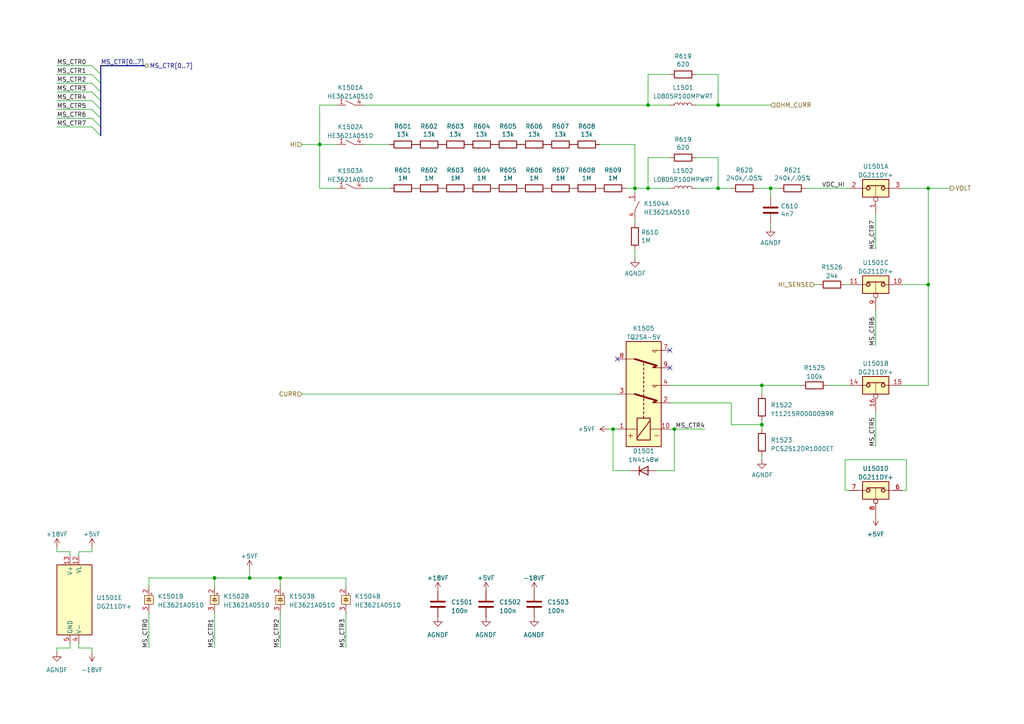
<source format=kicad_sch>
(kicad_sch (version 20230121) (generator eeschema)
  (paper "A4")
  (lib_symbols
    (symbol "Device:C" (pin_numbers hide) (pin_names (offset 0.254))
      (property "Reference" "C" (at 0.635 2.54 0))
      (property "Value" "C" (at 0.635 -2.54 0))
      (symbol "C_0_1"
        (polyline (pts (xy -2.032 -0.762) (xy 2.032 -0.762)) (stroke (width 0.508)))
        (polyline (pts (xy -2.032 0.762) (xy 2.032 0.762)) (stroke (width 0.508)))
      )
      (symbol "C_1_1"
        (pin passive line (at 0 3.81 270) (length 2.794) (name "~") (number "1"))
        (pin passive line (at 0 -3.81 90) (length 2.794) (name "~") (number "2"))
      )
    )
    (symbol "Device:L" (pin_numbers hide) (pin_names (offset 1.016) hide)
      (property "Reference" "L" (at -1.27 0 90))
      (property "Value" "L" (at 1.905 0 90))
      (symbol "L_0_1"
        (arc (start 0 -2.54) (mid 0.6323 -1.905) (end 0 -1.27))
        (arc (start 0 -1.27) (mid 0.6323 -0.635) (end 0 0))
        (arc (start 0 0) (mid 0.6323 0.635) (end 0 1.27))
        (arc (start 0 1.27) (mid 0.6323 1.905) (end 0 2.54))
      )
      (symbol "L_1_1"
        (pin passive line (at 0 3.81 270) (length 1.27) (name "1") (number "1"))
        (pin passive line (at 0 -3.81 90) (length 1.27) (name "2") (number "2"))
      )
    )
    (symbol "Device:R" (pin_numbers hide) (pin_names (offset 0))
      (property "Reference" "R" (at 2.032 0 90))
      (property "Value" "R" (at 0 0 90))
      (symbol "R_0_1"
        (rectangle (start -1.016 -2.54) (end 1.016 2.54) (stroke (width 0.254)))
      )
      (symbol "R_1_1"
        (pin passive line (at 0 3.81 270) (length 1.27) (name "~") (number "1"))
        (pin passive line (at 0 -3.81 90) (length 1.27) (name "~") (number "2"))
      )
    )
    (symbol "Diode:1N4148W" (pin_numbers hide) (pin_names hide)
      (property "Reference" "D" (at 0 2.54 0))
      (property "Value" "1N4148W" (at 0 -2.54 0))
      (symbol "1N4148W_0_1"
        (polyline (pts (xy -1.27 1.27) (xy -1.27 -1.27)) (stroke (width 0.254)))
        (polyline (pts (xy 1.27 0) (xy -1.27 0)))
        (polyline (pts (xy 1.27 1.27) (xy 1.27 -1.27) (xy -1.27 0) (xy 1.27 1.27)) (stroke (width 0.254)))
      )
      (symbol "1N4148W_1_1"
        (pin passive line (at -3.81 0 0) (length 2.54) (name "K") (number "1"))
        (pin passive line (at 3.81 0 180) (length 2.54) (name "A") (number "2"))
      )
    )
    (symbol "ETH1CDMM2:+18VF" (power) (pin_names (offset 0))
      (property "Value" "+18VF" (at 0 3.556 0))
      (symbol "+18VF_0_1"
        (polyline (pts (xy -0.762 1.27) (xy 0 2.54)))
        (polyline (pts (xy 0 0) (xy 0 2.54)))
        (polyline (pts (xy 0 2.54) (xy 0.762 1.27)))
      )
      (symbol "+18VF_1_1"
        (pin power_in line (at 0 0 90) (length 0) hide (name "+18VF") (number "1"))
      )
    )
    (symbol "ETH1CDMM2:+5VF" (power) (pin_names (offset 0))
      (property "Value" "+5VF" (at 0 3.556 0))
      (symbol "+5VF_0_1"
        (polyline (pts (xy -0.762 1.27) (xy 0 2.54)))
        (polyline (pts (xy 0 0) (xy 0 2.54)))
        (polyline (pts (xy 0 2.54) (xy 0.762 1.27)))
      )
      (symbol "+5VF_1_1"
        (pin power_in line (at 0 0 90) (length 0) hide (name "+5VF") (number "1"))
      )
    )
    (symbol "ETH1CDMM2:-18VF" (power) (pin_names (offset 0))
      (property "Value" "-18VF" (at 0 3.556 0))
      (symbol "-18VF_0_1"
        (polyline (pts (xy -0.762 1.27) (xy 0 2.54)))
        (polyline (pts (xy 0 0) (xy 0 2.54)))
        (polyline (pts (xy 0 2.54) (xy 0.762 1.27)))
      )
      (symbol "-18VF_1_1"
        (pin power_in line (at 0 0 90) (length 0) hide (name "-18VF") (number "1"))
      )
    )
    (symbol "ETH1CDMM2:AGNDF" (power) (pin_names (offset 0))
      (property "Value" "AGNDF" (at 0 -3.81 0))
      (symbol "AGNDF_0_1"
        (polyline (pts (xy 0 0) (xy 0 -1.27) (xy 1.27 -1.27) (xy 0 -2.54) (xy -1.27 -1.27) (xy 0 -1.27)))
      )
      (symbol "AGNDF_1_1"
        (pin power_in line (at 0 0 270) (length 0) hide (name "AGNDF") (number "1"))
      )
    )
    (symbol "ETH1CDMM2:DG211" (pin_names (offset 0.254))
      (property "Reference" "U" (at -0.635 5.334 0))
      (property "Value" "DG211" (at -3.175 3.81 0))
      (symbol "DG211_1_1"
        (rectangle (start -3.81 2.54) (end 3.81 -2.54) (stroke (width 0.254)) (fill (type background)))
        (circle (center -2.159 0) (radius 0.508) (stroke (width 0.254)))
        (polyline (pts (xy -5.08 0) (xy -2.794 0)))
        (polyline (pts (xy -2.54 0.762) (xy 2.54 0.762)) (stroke (width 0.254)))
        (polyline (pts (xy 0 -2.54) (xy 0 -2.032)))
        (polyline (pts (xy 0 -1.778) (xy 0 -1.524)))
        (polyline (pts (xy 0 -1.27) (xy 0 -1.016)))
        (polyline (pts (xy 0 -0.762) (xy 0 -0.508)))
        (polyline (pts (xy 0 -0.254) (xy 0 0)))
        (polyline (pts (xy 0 0.254) (xy 0 0.508)))
        (polyline (pts (xy 5.08 0) (xy 2.794 0)))
        (circle (center 2.159 0) (radius 0.508) (stroke (width 0.254)))
        (pin input inverted (at 0 -7.62 90) (length 5.08) (name "~") (number "1"))
        (pin passive line (at -7.62 0 0) (length 2.54) (name "~") (number "2"))
        (pin passive line (at 7.62 0 180) (length 2.54) (name "~") (number "3"))
      )
      (symbol "DG211_2_1"
        (rectangle (start -3.81 2.54) (end 3.81 -2.54) (stroke (width 0.254)) (fill (type background)))
        (circle (center -2.159 0) (radius 0.508) (stroke (width 0.254)))
        (polyline (pts (xy -5.08 0) (xy -2.794 0)))
        (polyline (pts (xy -2.54 0.762) (xy 2.54 0.762)) (stroke (width 0.254)))
        (polyline (pts (xy 0 -2.54) (xy 0 -2.032)))
        (polyline (pts (xy 0 -1.778) (xy 0 -1.524)))
        (polyline (pts (xy 0 -1.27) (xy 0 -1.016)))
        (polyline (pts (xy 0 -0.762) (xy 0 -0.508)))
        (polyline (pts (xy 0 -0.254) (xy 0 0)))
        (polyline (pts (xy 0 0.254) (xy 0 0.508)))
        (polyline (pts (xy 5.08 0) (xy 2.794 0)))
        (circle (center 2.159 0) (radius 0.508) (stroke (width 0.254)))
        (pin passive line (at -7.62 0 0) (length 2.54) (name "~") (number "14"))
        (pin passive line (at 7.62 0 180) (length 2.54) (name "~") (number "15"))
        (pin input inverted (at 0 -7.62 90) (length 5.08) (name "~") (number "16"))
      )
      (symbol "DG211_3_1"
        (rectangle (start -3.81 2.54) (end 3.81 -2.54) (stroke (width 0.254)) (fill (type background)))
        (circle (center -2.159 0) (radius 0.508) (stroke (width 0.254)))
        (polyline (pts (xy -5.08 0) (xy -2.794 0)))
        (polyline (pts (xy -2.54 0.762) (xy 2.54 0.762)) (stroke (width 0.254)))
        (polyline (pts (xy 0 -2.54) (xy 0 -2.032)))
        (polyline (pts (xy 0 -1.778) (xy 0 -1.524)))
        (polyline (pts (xy 0 -1.27) (xy 0 -1.016)))
        (polyline (pts (xy 0 -0.762) (xy 0 -0.508)))
        (polyline (pts (xy 0 -0.254) (xy 0 0)))
        (polyline (pts (xy 0 0.254) (xy 0 0.508)))
        (polyline (pts (xy 5.08 0) (xy 2.794 0)))
        (circle (center 2.159 0) (radius 0.508) (stroke (width 0.254)))
        (pin passive line (at 7.62 0 180) (length 2.54) (name "~") (number "10"))
        (pin passive line (at -7.62 0 0) (length 2.54) (name "~") (number "11"))
        (pin input inverted (at 0 -7.62 90) (length 5.08) (name "~") (number "9"))
      )
      (symbol "DG211_4_1"
        (rectangle (start -3.81 2.54) (end 3.81 -2.54) (stroke (width 0.254)) (fill (type background)))
        (circle (center -2.159 0) (radius 0.508) (stroke (width 0.254)))
        (polyline (pts (xy -5.08 0) (xy -2.794 0)))
        (polyline (pts (xy -2.54 0.762) (xy 2.54 0.762)) (stroke (width 0.254)))
        (polyline (pts (xy 0 -2.54) (xy 0 -2.032)))
        (polyline (pts (xy 0 -1.778) (xy 0 -1.524)))
        (polyline (pts (xy 0 -1.27) (xy 0 -1.016)))
        (polyline (pts (xy 0 -0.762) (xy 0 -0.508)))
        (polyline (pts (xy 0 -0.254) (xy 0 0)))
        (polyline (pts (xy 0 0.254) (xy 0 0.508)))
        (polyline (pts (xy 5.08 0) (xy 2.794 0)))
        (circle (center 2.159 0) (radius 0.508) (stroke (width 0.254)))
        (pin passive line (at 7.62 0 180) (length 2.54) (name "~") (number "6"))
        (pin passive line (at -7.62 0 0) (length 2.54) (name "~") (number "7"))
        (pin input inverted (at 0 -7.62 90) (length 5.08) (name "~") (number "8"))
      )
      (symbol "DG211_5_0"
        (pin power_in line (at 0 12.7 270) (length 2.54) (name "V+") (number "13"))
        (pin power_in line (at 2.54 -12.7 90) (length 2.54) (name "V-") (number "4"))
        (pin power_in line (at 0 -12.7 90) (length 2.54) (name "GND") (number "5"))
      )
      (symbol "DG211_5_1"
        (rectangle (start -3.81 10.16) (end 6.35 -10.16) (stroke (width 0.254)) (fill (type background)))
        (pin passive line (at 2.54 12.7 270) (length 2.54) (name "VL") (number "12"))
      )
    )
    (symbol "ETH1CDMM2:HE3621A0510" (pin_names (offset 1.016))
      (property "Reference" "K" (at 6.35 1.27 0))
      (property "Value" "HE3621A0510" (at 6.35 -1.27 0))
      (symbol "HE3621A0510_1_1"
        (polyline (pts (xy 0 -1.27) (xy 1.27 1.27)))
        (pin passive line (at 0 3.81 270) (length 2.54) (name "~") (number "1"))
        (pin passive line (at 0 -3.81 90) (length 2.54) (name "~") (number "4"))
      )
      (symbol "HE3621A0510_2_1"
        (polyline (pts (xy 0 -0.254) (xy 0 -0.635)))
        (polyline (pts (xy 0 0.381) (xy 0 0.762)))
        (polyline (pts (xy 0.508 1.778) (xy 1.016 1.778)))
        (polyline (pts (xy 0.635 0.381) (xy -0.635 0.381)))
        (polyline (pts (xy 0.762 2.032) (xy 0.762 1.524)))
        (polyline (pts (xy 0.635 -0.254) (xy -0.635 -0.254) (xy 0 0.381) (xy 0.635 -0.254)))
        (rectangle (start 1.27 1.27) (end -1.27 -1.27) (fill (type background)))
        (pin passive line (at 0 3.81 270) (length 2.54) (name "~") (number "2"))
        (pin passive line (at 0 -3.81 90) (length 2.54) (name "~") (number "3"))
      )
    )
    (symbol "ETH1CDMM2:TQ2SA-5V" (pin_names (offset 1.016))
      (property "Reference" "K" (at 21.59 -1.27 0))
      (property "Value" "TQ2SA-5V" (at 21.59 1.27 0))
      (symbol "TQ2SA-5V_0_1"
        (polyline (pts (xy -12.7 -3.81) (xy -11.43 -3.81)))
        (polyline (pts (xy -12.065 -3.175) (xy -12.065 -4.445)))
        (polyline (pts (xy -12.065 4.445) (xy -12.065 3.175)))
      )
      (symbol "TQ2SA-5V_1_1"
        (rectangle (start -15.24 5.08) (end 15.24 -5.08) (stroke (width 0.254)) (fill (type background)))
        (rectangle (start -13.335 1.905) (end -6.985 -1.905) (stroke (width 0.254)))
        (polyline (pts (xy -12.7 -1.905) (xy -7.62 1.905)) (stroke (width 0.254)))
        (polyline (pts (xy -10.16 -5.08) (xy -10.16 -1.905)))
        (polyline (pts (xy -10.16 5.08) (xy -10.16 1.905)))
        (polyline (pts (xy -6.985 0) (xy -6.35 0)) (stroke (width 0.254)))
        (polyline (pts (xy -5.715 0) (xy -5.08 0)) (stroke (width 0.254)))
        (polyline (pts (xy -4.445 0) (xy -3.81 0)) (stroke (width 0.254)))
        (polyline (pts (xy -3.175 0) (xy -2.54 0)) (stroke (width 0.254)))
        (polyline (pts (xy -2.54 2.54) (xy -2.54 5.08)))
        (polyline (pts (xy -1.905 0) (xy -1.27 0)) (stroke (width 0.254)))
        (polyline (pts (xy -0.635 0) (xy 0 0)) (stroke (width 0.254)))
        (polyline (pts (xy 0 -2.54) (xy -1.905 3.81)) (stroke (width 0.508)))
        (polyline (pts (xy 0 -2.54) (xy 0 -5.08)))
        (polyline (pts (xy 0.635 0) (xy 1.27 0)) (stroke (width 0.254)))
        (polyline (pts (xy 1.905 0) (xy 2.54 0)) (stroke (width 0.254)))
        (polyline (pts (xy 2.54 2.54) (xy 2.54 5.08)))
        (polyline (pts (xy 3.175 0) (xy 3.81 0)) (stroke (width 0.254)))
        (polyline (pts (xy 4.445 0) (xy 5.08 0)) (stroke (width 0.254)))
        (polyline (pts (xy 5.715 0) (xy 6.35 0)) (stroke (width 0.254)))
        (polyline (pts (xy 6.985 0) (xy 7.62 0)) (stroke (width 0.254)))
        (polyline (pts (xy 7.62 2.54) (xy 7.62 5.08)))
        (polyline (pts (xy 8.255 0) (xy 8.89 0)) (stroke (width 0.254)))
        (polyline (pts (xy 10.16 -2.54) (xy 8.255 3.81)) (stroke (width 0.508)))
        (polyline (pts (xy 10.16 -2.54) (xy 10.16 -5.08)))
        (polyline (pts (xy 12.7 2.54) (xy 12.7 5.08)))
        (polyline (pts (xy -2.54 2.54) (xy -1.905 3.175) (xy -2.54 3.81)) (fill (type outline)))
        (polyline (pts (xy 2.54 2.54) (xy 1.905 3.175) (xy 2.54 3.81)))
        (polyline (pts (xy 7.62 2.54) (xy 8.255 3.175) (xy 7.62 3.81)) (fill (type outline)))
        (polyline (pts (xy 12.7 2.54) (xy 12.065 3.175) (xy 12.7 3.81)))
        (pin passive line (at -10.16 -7.62 90) (length 2.54) (name "~") (number "1"))
        (pin passive line (at -10.16 7.62 270) (length 2.54) (name "~") (number "10"))
        (pin passive line (at -2.54 7.62 270) (length 2.54) (name "~") (number "2"))
        (pin passive line (at 0 -7.62 90) (length 2.54) (name "~") (number "3"))
        (pin passive line (at 2.54 7.62 270) (length 2.54) (name "~") (number "4"))
        (pin no_connect non_logic (at -5.08 -5.08 270) (length 0) hide (name "~") (number "5"))
        (pin no_connect non_logic (at 5.08 -5.08 270) (length 0) hide (name "~") (number "6"))
        (pin passive line (at 12.7 7.62 270) (length 2.54) (name "~") (number "7"))
        (pin passive line (at 10.16 -7.62 90) (length 2.54) (name "~") (number "8"))
        (pin passive line (at 7.62 7.62 270) (length 2.54) (name "~") (number "9"))
      )
    )
  )
  (junction (at 220.98 111.76))
  (junction (at 62.23 167.64))
  (junction (at 187.96 30.48))
  (junction (at 177.8 124.46))
  (junction (at 184.15 54.61))
  (junction (at 269.24 82.55))
  (junction (at 269.24 54.61))
  (junction (at 220.98 123.19))
  (junction (at 195.58 124.46))
  (junction (at 208.28 54.61))
  (junction (at 208.28 30.48))
  (junction (at 223.52 54.61))
  (junction (at 72.39 167.64))
  (junction (at 187.96 54.61))
  (junction (at 81.28 167.64))
  (junction (at 92.71 41.91))
  (no_connect (at 179.07 104.14))
  (no_connect (at 194.31 106.68))
  (no_connect (at 194.31 101.6))
  (bus_entry (at 26.67 34.29) (size 2.54 2.54))
  (bus_entry (at 26.67 19.05) (size 2.54 2.54))
  (bus_entry (at 26.67 31.75) (size 2.54 2.54))
  (bus_entry (at 26.67 36.83) (size 2.54 2.54))
  (bus_entry (at 26.67 29.21) (size 2.54 2.54))
  (bus_entry (at 26.67 21.59) (size 2.54 2.54))
  (bus_entry (at 26.67 26.67) (size 2.54 2.54))
  (bus_entry (at 26.67 24.13) (size 2.54 2.54))
  (wire (pts (xy 43.18 170.18) (xy 43.18 167.64)))
  (wire (pts (xy 26.67 160.02) (xy 22.86 160.02)))
  (wire (pts (xy 245.11 133.35) (xy 262.89 133.35)))
  (wire (pts (xy 16.51 24.13) (xy 26.67 24.13)))
  (wire (pts (xy 212.09 123.19) (xy 220.98 123.19)))
  (wire (pts (xy 22.86 160.02) (xy 22.86 161.29)))
  (wire (pts (xy 245.11 142.24) (xy 245.11 133.35)))
  (wire (pts (xy 220.98 132.08) (xy 220.98 133.35)))
  (wire (pts (xy 240.03 111.76) (xy 246.38 111.76)))
  (bus (pts (xy 29.21 19.05) (xy 41.91 19.05)))
  (wire (pts (xy 194.31 124.46) (xy 195.58 124.46)))
  (wire (pts (xy 16.51 31.75) (xy 26.67 31.75)))
  (wire (pts (xy 43.18 177.8) (xy 43.18 187.96)))
  (wire (pts (xy 97.79 30.48) (xy 92.71 30.48)))
  (wire (pts (xy 20.32 186.69) (xy 20.32 187.96)))
  (wire (pts (xy 26.67 158.75) (xy 26.67 160.02)))
  (bus (pts (xy 29.21 36.83) (xy 29.21 34.29)))
  (wire (pts (xy 269.24 82.55) (xy 269.24 111.76)))
  (wire (pts (xy 208.28 54.61) (xy 212.09 54.61)))
  (wire (pts (xy 269.24 82.55) (xy 269.24 54.61)))
  (wire (pts (xy 219.71 54.61) (xy 223.52 54.61)))
  (wire (pts (xy 269.24 54.61) (xy 275.59 54.61)))
  (wire (pts (xy 194.31 21.59) (xy 187.96 21.59)))
  (wire (pts (xy 100.33 167.64) (xy 100.33 170.18)))
  (wire (pts (xy 184.15 63.5) (xy 184.15 64.77)))
  (wire (pts (xy 220.98 111.76) (xy 232.41 111.76)))
  (wire (pts (xy 223.52 66.04) (xy 223.52 64.77)))
  (wire (pts (xy 261.62 111.76) (xy 269.24 111.76)))
  (wire (pts (xy 105.41 41.91) (xy 113.03 41.91)))
  (wire (pts (xy 62.23 167.64) (xy 62.23 170.18)))
  (wire (pts (xy 223.52 57.15) (xy 223.52 54.61)))
  (wire (pts (xy 208.28 54.61) (xy 208.28 45.72)))
  (wire (pts (xy 16.51 34.29) (xy 26.67 34.29)))
  (wire (pts (xy 184.15 72.39) (xy 184.15 74.93)))
  (wire (pts (xy 100.33 177.8) (xy 100.33 187.96)))
  (wire (pts (xy 184.15 54.61) (xy 184.15 55.88)))
  (wire (pts (xy 16.51 26.67) (xy 26.67 26.67)))
  (wire (pts (xy 190.5 136.525) (xy 195.58 136.525)))
  (wire (pts (xy 220.98 111.76) (xy 220.98 114.3)))
  (wire (pts (xy 208.28 30.48) (xy 208.28 21.59)))
  (bus (pts (xy 29.21 34.29) (xy 29.21 31.75)))
  (wire (pts (xy 181.61 54.61) (xy 184.15 54.61)))
  (wire (pts (xy 254 90.17) (xy 254 100.33)))
  (wire (pts (xy 81.28 167.64) (xy 81.28 170.18)))
  (wire (pts (xy 187.96 54.61) (xy 194.31 54.61)))
  (wire (pts (xy 208.28 45.72) (xy 201.93 45.72)))
  (wire (pts (xy 92.71 41.91) (xy 97.79 41.91)))
  (wire (pts (xy 72.39 165.1) (xy 72.39 167.64)))
  (wire (pts (xy 177.8 136.525) (xy 177.8 124.46)))
  (wire (pts (xy 233.68 54.61) (xy 246.38 54.61)))
  (wire (pts (xy 194.31 116.84) (xy 212.09 116.84)))
  (wire (pts (xy 208.28 30.48) (xy 223.52 30.48)))
  (wire (pts (xy 195.58 124.46) (xy 204.47 124.46)))
  (bus (pts (xy 29.21 26.67) (xy 29.21 24.13)))
  (wire (pts (xy 16.51 158.75) (xy 16.51 160.02)))
  (wire (pts (xy 87.63 114.3) (xy 179.07 114.3)))
  (wire (pts (xy 81.28 177.8) (xy 81.28 187.96)))
  (bus (pts (xy 29.21 39.37) (xy 29.21 36.83)))
  (wire (pts (xy 176.53 124.46) (xy 177.8 124.46)))
  (wire (pts (xy 173.99 41.91) (xy 184.15 41.91)))
  (wire (pts (xy 201.93 54.61) (xy 208.28 54.61)))
  (wire (pts (xy 16.51 36.83) (xy 26.67 36.83)))
  (wire (pts (xy 254 119.38) (xy 254 129.54)))
  (wire (pts (xy 22.86 186.69) (xy 22.86 187.96)))
  (wire (pts (xy 184.15 41.91) (xy 184.15 54.61)))
  (wire (pts (xy 261.62 54.61) (xy 269.24 54.61)))
  (wire (pts (xy 105.41 30.48) (xy 187.96 30.48)))
  (wire (pts (xy 16.51 29.21) (xy 26.67 29.21)))
  (wire (pts (xy 220.98 121.92) (xy 220.98 123.19)))
  (wire (pts (xy 208.28 21.59) (xy 201.93 21.59)))
  (wire (pts (xy 92.71 54.61) (xy 97.79 54.61)))
  (wire (pts (xy 22.86 187.96) (xy 26.67 187.96)))
  (wire (pts (xy 223.52 54.61) (xy 226.06 54.61)))
  (wire (pts (xy 20.32 161.29) (xy 20.32 160.02)))
  (wire (pts (xy 92.71 41.91) (xy 92.71 54.61)))
  (wire (pts (xy 187.96 45.72) (xy 187.96 54.61)))
  (wire (pts (xy 177.8 124.46) (xy 179.07 124.46)))
  (bus (pts (xy 29.21 31.75) (xy 29.21 29.21)))
  (wire (pts (xy 195.58 136.525) (xy 195.58 124.46)))
  (wire (pts (xy 194.31 111.76) (xy 220.98 111.76)))
  (wire (pts (xy 261.62 82.55) (xy 269.24 82.55)))
  (wire (pts (xy 246.38 142.24) (xy 245.11 142.24)))
  (wire (pts (xy 16.51 19.05) (xy 26.67 19.05)))
  (wire (pts (xy 62.23 177.8) (xy 62.23 187.96)))
  (wire (pts (xy 254 62.23) (xy 254 72.39)))
  (wire (pts (xy 236.22 82.55) (xy 237.49 82.55)))
  (bus (pts (xy 29.21 24.13) (xy 29.21 21.59)))
  (wire (pts (xy 62.23 167.64) (xy 72.39 167.64)))
  (wire (pts (xy 20.32 187.96) (xy 16.51 187.96)))
  (wire (pts (xy 187.96 21.59) (xy 187.96 30.48)))
  (wire (pts (xy 201.93 30.48) (xy 208.28 30.48)))
  (wire (pts (xy 262.89 142.24) (xy 261.62 142.24)))
  (bus (pts (xy 29.21 21.59) (xy 29.21 19.05)))
  (wire (pts (xy 212.09 116.84) (xy 212.09 123.19)))
  (wire (pts (xy 43.18 167.64) (xy 62.23 167.64)))
  (wire (pts (xy 87.63 41.91) (xy 92.71 41.91)))
  (wire (pts (xy 26.67 187.96) (xy 26.67 189.23)))
  (wire (pts (xy 262.89 133.35) (xy 262.89 142.24)))
  (wire (pts (xy 20.32 160.02) (xy 16.51 160.02)))
  (wire (pts (xy 182.88 136.525) (xy 177.8 136.525)))
  (wire (pts (xy 105.41 54.61) (xy 113.03 54.61)))
  (wire (pts (xy 187.96 54.61) (xy 184.15 54.61)))
  (wire (pts (xy 220.98 123.19) (xy 220.98 124.46)))
  (wire (pts (xy 72.39 167.64) (xy 81.28 167.64)))
  (wire (pts (xy 81.28 167.64) (xy 100.33 167.64)))
  (wire (pts (xy 194.31 45.72) (xy 187.96 45.72)))
  (bus (pts (xy 29.21 29.21) (xy 29.21 26.67)))
  (wire (pts (xy 245.11 82.55) (xy 246.38 82.55)))
  (wire (pts (xy 16.51 21.59) (xy 26.67 21.59)))
  (wire (pts (xy 92.71 30.48) (xy 92.71 41.91)))
  (wire (pts (xy 16.51 187.96) (xy 16.51 189.23)))
  (wire (pts (xy 187.96 30.48) (xy 194.31 30.48)))
  (label "MS_CTR3" (at 16.51 26.67 0))
  (label "MS_CTR7" (at 16.51 36.83 0))
  (label "MS_CTR6" (at 254 100.33 90))
  (label "MS_CTR0" (at 16.51 19.05 0))
  (label "MS_CTR0" (at 43.18 187.96 90))
  (label "MS_CTR4" (at 16.51 29.21 0))
  (label "MS_CTR5" (at 254 129.54 90))
  (label "MS_CTR6" (at 16.51 34.29 0))
  (label "MS_CTR4" (at 204.47 124.46 180))
  (label "MS_CTR2" (at 16.51 24.13 0))
  (label "MS_CTR1" (at 16.51 21.59 0))
  (label "MS_CTR3" (at 100.33 187.96 90))
  (label "MS_CTR2" (at 81.28 187.96 90))
  (label "MS_CTR7" (at 254 72.39 90))
  (label "MS_CTR5" (at 16.51 31.75 0))
  (label "MS_CTR[0..7]" (at 41.91 19.05 180))
  (label "VDC_HI" (at 245.11 54.61 180))
  (label "MS_CTR1" (at 62.23 187.96 90))
  (hierarchical_label "MS_CTR[0..7]" (shape bidirectional) (at 41.91 19.05 0))
  (hierarchical_label "HI" (shape input) (at 87.63 41.91 180))
  (hierarchical_label "OHM_CURR" (shape input) (at 223.52 30.48 0))
  (hierarchical_label "CURR" (shape input) (at 87.63 114.3 180))
  (hierarchical_label "HI_SENSE" (shape input) (at 236.22 82.55 180))
  (hierarchical_label "VOLT" (shape output) (at 275.59 54.61 0))
  (symbol (lib_id "ETH1CDMM2:TQ2SA-5V") (at 186.69 114.3 270) (mirror x) (unit 1)
    (property "Reference" "K1505" (at 186.69 95.25 90))
    (property "Value" "TQ2SA-5V" (at 186.69 97.79 90))
    (property "Footprint" "ETH1CDMM2:SA" (effects hide))
  )
  (symbol (lib_id "ETH1CDMM2:HE3621A0510") (at 81.28 173.99 0) (unit 2)
    (property "Reference" "K1503" (at 83.82 172.974 0) (effects (justify left)))
    (property "Value" "HE3621A0510" (at 83.82 175.514 0) (effects (justify left)))
    (property "Footprint" "ETH1CDMM2:HE360_x-5050462-8" (effects hide))
  )
  (symbol (lib_id "Device:R") (at 162.56 54.61 270) (unit 1)
    (property "Reference" "R607" (at 162.56 49.3522 90))
    (property "Value" "1M" (at 162.56 51.6636 90))
    (property "Footprint" "Resistor_SMD:R_0805_2012Metric_Pad1.20x1.40mm_HandSolder" (effects hide))
    (instances (project "ADC_Test" (path "" (reference "R607") (unit 1))) (project "ETH1CDMM2" (path "" (reference "R1407") (unit 1)) (path "" (reference "R1514") (unit 1))))
  )
  (symbol (lib_id "Device:C") (at 140.97 175.26 0) (unit 1)
    (property "Reference" "C1502" (at 144.78 174.625 0) (effects (justify left)))
    (property "Value" "100n" (at 144.78 177.165 0) (effects (justify left)))
    (property "Footprint" "Capacitor_SMD:C_0603_1608Metric_Pad1.08x0.95mm_HandSolder" (effects hide))
  )
  (symbol (lib_id "Device:R") (at 116.84 41.91 270) (unit 1)
    (property "Reference" "R601" (at 116.84 36.6522 90))
    (property "Value" "13k" (at 116.84 38.9636 90))
    (property "Footprint" "Resistor_SMD:R_0805_2012Metric_Pad1.20x1.40mm_HandSolder" (effects hide))
    (instances (project "ADC_Test" (path "" (reference "R601") (unit 1))) (project "ETH1CDMM2" (path "" (reference "R1401") (unit 1)) (path "" (reference "R1501") (unit 1))))
  )
  (symbol (lib_id "ETH1CDMM2:DG211") (at 254 142.24 0) (unit 4)
    (property "Reference" "U1501" (at 254 135.89 0))
    (property "Value" "DG211DY+" (at 254 138.43 0))
    (property "Footprint" "Package_SO:SOIC-16_3.9x9.9mm_P1.27mm" (effects hide))
  )
  (symbol (lib_id "ETH1CDMM2:-18VF") (at 26.67 189.23 180) (unit 1)
    (property "Reference" "#PWR01304" (effects hide))
    (property "Value" "-18VF" (at 26.67 194.31 0))
    (instances (project "ETH1CDMM2" (path "" (reference "#PWR01304") (unit 1)) (path "" (reference "#PWR01504") (unit 1))))
  )
  (symbol (lib_id "Device:R") (at 241.3 82.55 90) (unit 1)
    (property "Reference" "R1526" (at 241.3 77.47 90))
    (property "Value" "24k" (at 241.3 80.01 90))
    (property "Footprint" "Resistor_SMD:R_0805_2012Metric_Pad1.20x1.40mm_HandSolder" (effects hide))
  )
  (symbol (lib_id "ETH1CDMM2:HE3621A0510") (at 101.6 30.48 90) (unit 1)
    (property "Reference" "K1501" (at 101.6 25.4 90))
    (property "Value" "HE3621A0510" (at 101.6 27.94 90))
    (property "Footprint" "ETH1CDMM2:HE360_x-5050462-8" (effects hide))
  )
  (symbol (lib_id "Device:L") (at 198.12 54.61 90) (unit 1)
    (property "Reference" "L1502" (at 198.12 49.53 90))
    (property "Value" "L0805R100MPWRT" (at 198.12 52.07 90))
    (property "Footprint" "Inductor_SMD:L_0805_2012Metric_Pad1.15x1.40mm_HandSolder" (effects hide))
  )
  (symbol (lib_id "Device:R") (at 154.94 41.91 270) (unit 1)
    (property "Reference" "R606" (at 154.94 36.6522 90))
    (property "Value" "13k" (at 154.94 38.9636 90))
    (property "Footprint" "Resistor_SMD:R_0805_2012Metric_Pad1.20x1.40mm_HandSolder" (effects hide))
    (instances (project "ADC_Test" (path "" (reference "R606") (unit 1))) (project "ETH1CDMM2" (path "" (reference "R1406") (unit 1)) (path "" (reference "R1511") (unit 1))))
  )
  (symbol (lib_id "ETH1CDMM2:AGNDF") (at 140.97 179.07 0) (unit 1)
    (property "Reference" "#PWR01302" (effects hide))
    (property "Value" "AGNDF" (at 140.97 184.15 0))
    (instances (project "ETH1CDMM2" (path "" (reference "#PWR01302") (unit 1)) (path "" (reference "#PWR01509") (unit 1))))
  )
  (symbol (lib_id "ETH1CDMM2:-18VF") (at 154.94 171.45 0) (unit 1)
    (property "Reference" "#PWR01304" (effects hide))
    (property "Value" "-18VF" (at 154.94 167.64 0))
    (instances (project "ETH1CDMM2" (path "" (reference "#PWR01304") (unit 1)) (path "" (reference "#PWR01510") (unit 1))))
  )
  (symbol (lib_id "ETH1CDMM2:HE3621A0510") (at 184.15 59.69 0) (unit 1)
    (property "Reference" "K1504" (at 186.69 59.055 0) (effects (justify left)))
    (property "Value" "HE3621A0510" (at 186.69 61.595 0) (effects (justify left)))
    (property "Footprint" "ETH1CDMM2:HE360_x-5050462-8" (effects hide))
  )
  (symbol (lib_id "Device:R") (at 220.98 118.11 0) (unit 1)
    (property "Reference" "R1522" (at 223.52 117.475 0) (effects (justify left)))
    (property "Value" "Y11215R00000B9R" (at 223.52 120.015 0) (effects (justify left)))
    (property "Footprint" "Resistor_SMD:R_2512_6332Metric_Pad1.40x3.35mm_HandSolder" (effects hide))
  )
  (symbol (lib_id "ETH1CDMM2:+18VF") (at 16.51 158.75 0) (unit 1)
    (property "Reference" "#PWR01301" (effects hide))
    (property "Value" "+18VF" (at 16.51 154.94 0))
    (instances (project "ETH1CDMM2" (path "" (reference "#PWR01301") (unit 1)) (path "" (reference "#PWR01501") (unit 1))))
  )
  (symbol (lib_id "Device:R") (at 198.12 21.59 270) (unit 1)
    (property "Reference" "R619" (at 198.12 16.3322 90))
    (property "Value" "620" (at 198.12 18.6436 90))
    (property "Footprint" "Resistor_SMD:R_0805_2012Metric_Pad1.20x1.40mm_HandSolder" (effects hide))
    (instances (project "ADC_Test" (path "" (reference "R619") (unit 1))) (project "ETH1CDMM2" (path "" (reference "R1419") (unit 1)) (path "" (reference "R1519") (unit 1))))
  )
  (symbol (lib_id "ETH1CDMM2:AGNDF") (at 184.15 74.93 0) (unit 1)
    (property "Reference" "#PWR0634" (effects hide))
    (property "Value" "AGNDF" (at 184.277 79.3242 0))
    (instances (project "ADC_Test" (path "" (reference "#PWR0634") (unit 1))) (project "ETH1CDMM2" (path "" (reference "#PWR01435") (unit 1)) (path "" (reference "#PWR01513") (unit 1))))
  )
  (symbol (lib_id "ETH1CDMM2:DG211") (at 254 111.76 0) (unit 2)
    (property "Reference" "U1501" (at 254 105.41 0))
    (property "Value" "DG211DY+" (at 254 107.95 0))
    (property "Footprint" "Package_SO:SOIC-16_3.9x9.9mm_P1.27mm" (effects hide))
  )
  (symbol (lib_id "Device:R") (at 170.18 41.91 270) (unit 1)
    (property "Reference" "R608" (at 170.18 36.6522 90))
    (property "Value" "13k" (at 170.18 38.9636 90))
    (property "Footprint" "Resistor_SMD:R_0805_2012Metric_Pad1.20x1.40mm_HandSolder" (effects hide))
    (instances (project "ADC_Test" (path "" (reference "R608") (unit 1))) (project "ETH1CDMM2" (path "" (reference "R1408") (unit 1)) (path "" (reference "R1515") (unit 1))))
  )
  (symbol (lib_id "Diode:1N4148W") (at 186.69 136.525 0) (unit 1)
    (property "Reference" "D1501" (at 186.69 130.81 0))
    (property "Value" "1N4148W" (at 186.69 133.35 0))
    (property "Footprint" "Diode_SMD:D_SOD-123" (effects hide))
    (property "Datasheet" "https://www.vishay.com/docs/85748/1n4148w.pdf" (effects hide))
    (property "Sim.Device" "D" (effects hide))
    (property "Sim.Pins" "1=K 2=A" (effects hide))
  )
  (symbol (lib_id "Device:R") (at 124.46 41.91 270) (unit 1)
    (property "Reference" "R602" (at 124.46 36.6522 90))
    (property "Value" "13k" (at 124.46 38.9636 90))
    (property "Footprint" "Resistor_SMD:R_0805_2012Metric_Pad1.20x1.40mm_HandSolder" (effects hide))
    (instances (project "ADC_Test" (path "" (reference "R602") (unit 1))) (project "ETH1CDMM2" (path "" (reference "R1402") (unit 1)) (path "" (reference "R1503") (unit 1))))
  )
  (symbol (lib_id "ETH1CDMM2:+5VF") (at 72.39 165.1 0) (unit 1)
    (property "Reference" "#PWR01505" (effects hide))
    (property "Value" "+5VF" (at 72.39 161.29 0))
  )
  (symbol (lib_id "ETH1CDMM2:HE3621A0510") (at 62.23 173.99 0) (unit 2)
    (property "Reference" "K1502" (at 64.77 172.974 0) (effects (justify left)))
    (property "Value" "HE3621A0510" (at 64.77 175.514 0) (effects (justify left)))
    (property "Footprint" "ETH1CDMM2:HE360_x-5050462-8" (effects hide))
  )
  (symbol (lib_id "ETH1CDMM2:HE3621A0510") (at 43.18 173.99 0) (unit 2)
    (property "Reference" "K1501" (at 45.72 172.974 0) (effects (justify left)))
    (property "Value" "HE3621A0510" (at 45.72 175.514 0) (effects (justify left)))
    (property "Footprint" "ETH1CDMM2:HE360_x-5050462-8" (effects hide))
  )
  (symbol (lib_id "ETH1CDMM2:DG211") (at 20.32 173.99 0) (unit 5)
    (property "Reference" "U1501" (at 27.94 173.355 0) (effects (justify left)))
    (property "Value" "DG211DY+" (at 27.94 175.895 0) (effects (justify left)))
    (property "Footprint" "Package_SO:SOIC-16_3.9x9.9mm_P1.27mm" (effects hide))
  )
  (symbol (lib_id "Device:R") (at 236.22 111.76 90) (unit 1)
    (property "Reference" "R1525" (at 236.22 106.68 90))
    (property "Value" "100k" (at 236.22 109.22 90))
    (property "Footprint" "Resistor_SMD:R_0805_2012Metric_Pad1.20x1.40mm_HandSolder" (effects hide))
  )
  (symbol (lib_id "Device:R") (at 132.08 41.91 270) (unit 1)
    (property "Reference" "R603" (at 132.08 36.6522 90))
    (property "Value" "13k" (at 132.08 38.9636 90))
    (property "Footprint" "Resistor_SMD:R_0805_2012Metric_Pad1.20x1.40mm_HandSolder" (effects hide))
    (instances (project "ADC_Test" (path "" (reference "R603") (unit 1))) (project "ETH1CDMM2" (path "" (reference "R1403") (unit 1)) (path "" (reference "R1505") (unit 1))))
  )
  (symbol (lib_id "Device:C") (at 223.52 60.96 180) (unit 1)
    (property "Reference" "C610" (at 226.441 59.7916 0) (effects (justify right)))
    (property "Value" "4n7" (at 226.441 62.103 0) (effects (justify right)))
    (property "Footprint" "Capacitor_SMD:C_0603_1608Metric_Pad1.08x0.95mm_HandSolder" (effects hide))
    (instances (project "ADC_Test" (path "" (reference "C610") (unit 1))) (project "ETH1CDMM2" (path "" (reference "C1410") (unit 1)) (path "" (reference "C1504") (unit 1))))
  )
  (symbol (lib_id "Device:R") (at 132.08 54.61 270) (unit 1)
    (property "Reference" "R603" (at 132.08 49.3522 90))
    (property "Value" "1M" (at 132.08 51.6636 90))
    (property "Footprint" "Resistor_SMD:R_0805_2012Metric_Pad1.20x1.40mm_HandSolder" (effects hide))
    (instances (project "ADC_Test" (path "" (reference "R603") (unit 1))) (project "ETH1CDMM2" (path "" (reference "R1403") (unit 1)) (path "" (reference "R1506") (unit 1))))
  )
  (symbol (lib_id "Device:R") (at 184.15 68.58 0) (unit 1)
    (property "Reference" "R610" (at 185.928 67.4116 0) (effects (justify left)))
    (property "Value" "1M" (at 185.928 69.723 0) (effects (justify left)))
    (property "Footprint" "Resistor_SMD:R_0805_2012Metric_Pad1.20x1.40mm_HandSolder" (effects hide))
    (instances (project "ADC_Test" (path "" (reference "R610") (unit 1))) (project "ETH1CDMM2" (path "" (reference "R1410") (unit 1)) (path "" (reference "R1518") (unit 1))))
  )
  (symbol (lib_id "ETH1CDMM2:HE3621A0510") (at 100.33 173.99 0) (unit 2)
    (property "Reference" "K1504" (at 102.87 172.974 0) (effects (justify left)))
    (property "Value" "HE3621A0510" (at 102.87 175.514 0) (effects (justify left)))
    (property "Footprint" "ETH1CDMM2:HE360_x-5050462-8" (effects hide))
  )
  (symbol (lib_id "ETH1CDMM2:AGNDF") (at 220.98 133.35 0) (unit 1)
    (property "Reference" "#PWR0641" (effects hide))
    (property "Value" "AGNDF" (at 221.107 137.7442 0))
    (instances (project "ADC_Test" (path "" (reference "#PWR0641") (unit 1))) (project "ETH1CDMM2" (path "" (reference "#PWR01442") (unit 1)) (path "" (reference "#PWR01514") (unit 1))))
  )
  (symbol (lib_id "Device:R") (at 170.18 54.61 270) (unit 1)
    (property "Reference" "R608" (at 170.18 49.3522 90))
    (property "Value" "1M" (at 170.18 51.6636 90))
    (property "Footprint" "Resistor_SMD:R_0805_2012Metric_Pad1.20x1.40mm_HandSolder" (effects hide))
    (instances (project "ADC_Test" (path "" (reference "R608") (unit 1))) (project "ETH1CDMM2" (path "" (reference "R1408") (unit 1)) (path "" (reference "R1516") (unit 1))))
  )
  (symbol (lib_id "Device:R") (at 147.32 54.61 270) (unit 1)
    (property "Reference" "R605" (at 147.32 49.3522 90))
    (property "Value" "1M" (at 147.32 51.6636 90))
    (property "Footprint" "Resistor_SMD:R_0805_2012Metric_Pad1.20x1.40mm_HandSolder" (effects hide))
    (instances (project "ADC_Test" (path "" (reference "R605") (unit 1))) (project "ETH1CDMM2" (path "" (reference "R1405") (unit 1)) (path "" (reference "R1510") (unit 1))))
  )
  (symbol (lib_id "ETH1CDMM2:HE3621A0510") (at 101.6 41.91 90) (unit 1)
    (property "Reference" "K1502" (at 101.6 36.83 90))
    (property "Value" "HE3621A0510" (at 101.6 39.37 90))
    (property "Footprint" "ETH1CDMM2:HE360_x-5050462-8" (effects hide))
  )
  (symbol (lib_id "Device:R") (at 229.87 54.61 270) (unit 1)
    (property "Reference" "R621" (at 229.87 49.3522 90))
    (property "Value" "240k/.05%" (at 229.87 51.6636 90))
    (property "Footprint" "Resistor_SMD:R_0805_2012Metric_Pad1.20x1.40mm_HandSolder" (effects hide))
    (instances (project "ADC_Test" (path "" (reference "R621") (unit 1))) (project "ETH1CDMM2" (path "" (reference "R1421") (unit 1)) (path "" (reference "R1524") (unit 1))))
  )
  (symbol (lib_id "ETH1CDMM2:+5VF") (at 254 149.86 180) (unit 1)
    (property "Reference" "#PWR01516" (effects hide))
    (property "Value" "+5VF" (at 254 154.94 0))
  )
  (symbol (lib_id "Device:R") (at 198.12 45.72 270) (unit 1)
    (property "Reference" "R619" (at 198.12 40.4622 90))
    (property "Value" "620" (at 198.12 42.7736 90))
    (property "Footprint" "Resistor_SMD:R_0805_2012Metric_Pad1.20x1.40mm_HandSolder" (effects hide))
    (instances (project "ADC_Test" (path "" (reference "R619") (unit 1))) (project "ETH1CDMM2" (path "" (reference "R1419") (unit 1)) (path "" (reference "R1520") (unit 1))))
  )
  (symbol (lib_id "Device:R") (at 139.7 54.61 270) (unit 1)
    (property "Reference" "R604" (at 139.7 49.3522 90))
    (property "Value" "1M" (at 139.7 51.6636 90))
    (property "Footprint" "Resistor_SMD:R_0805_2012Metric_Pad1.20x1.40mm_HandSolder" (effects hide))
    (instances (project "ADC_Test" (path "" (reference "R604") (unit 1))) (project "ETH1CDMM2" (path "" (reference "R1404") (unit 1)) (path "" (reference "R1508") (unit 1))))
  )
  (symbol (lib_id "Device:R") (at 147.32 41.91 270) (unit 1)
    (property "Reference" "R605" (at 147.32 36.6522 90))
    (property "Value" "13k" (at 147.32 38.9636 90))
    (property "Footprint" "Resistor_SMD:R_0805_2012Metric_Pad1.20x1.40mm_HandSolder" (effects hide))
    (instances (project "ADC_Test" (path "" (reference "R605") (unit 1))) (project "ETH1CDMM2" (path "" (reference "R1405") (unit 1)) (path "" (reference "R1509") (unit 1))))
  )
  (symbol (lib_id "ETH1CDMM2:+5VF") (at 140.97 171.45 0) (unit 1)
    (property "Reference" "#PWR01303" (effects hide))
    (property "Value" "+5VF" (at 140.97 167.64 0))
    (instances (project "ETH1CDMM2" (path "" (reference "#PWR01303") (unit 1)) (path "" (reference "#PWR01508") (unit 1))))
  )
  (symbol (lib_id "Device:R") (at 220.98 128.27 0) (unit 1)
    (property "Reference" "R1523" (at 223.52 127.635 0) (effects (justify left)))
    (property "Value" "PCS2512DR1000ET" (at 223.52 130.175 0) (effects (justify left)))
    (property "Footprint" "Resistor_SMD:R_2512_6332Metric_Pad1.40x3.35mm_HandSolder" (effects hide))
  )
  (symbol (lib_id "Device:R") (at 116.84 54.61 270) (unit 1)
    (property "Reference" "R601" (at 116.84 49.3522 90))
    (property "Value" "1M" (at 116.84 51.6636 90))
    (property "Footprint" "Resistor_SMD:R_0805_2012Metric_Pad1.20x1.40mm_HandSolder" (effects hide))
    (instances (project "ADC_Test" (path "" (reference "R601") (unit 1))) (project "ETH1CDMM2" (path "" (reference "R1401") (unit 1)) (path "" (reference "R1502") (unit 1))))
  )
  (symbol (lib_id "ETH1CDMM2:AGNDF") (at 127 179.07 0) (unit 1)
    (property "Reference" "#PWR01302" (effects hide))
    (property "Value" "AGNDF" (at 127 184.15 0))
    (instances (project "ETH1CDMM2" (path "" (reference "#PWR01302") (unit 1)) (path "" (reference "#PWR01507") (unit 1))))
  )
  (symbol (lib_id "Device:R") (at 154.94 54.61 270) (unit 1)
    (property "Reference" "R606" (at 154.94 49.3522 90))
    (property "Value" "1M" (at 154.94 51.6636 90))
    (property "Footprint" "Resistor_SMD:R_0805_2012Metric_Pad1.20x1.40mm_HandSolder" (effects hide))
    (instances (project "ADC_Test" (path "" (reference "R606") (unit 1))) (project "ETH1CDMM2" (path "" (reference "R1406") (unit 1)) (path "" (reference "R1512") (unit 1))))
  )
  (symbol (lib_id "Device:R") (at 139.7 41.91 270) (unit 1)
    (property "Reference" "R604" (at 139.7 36.6522 90))
    (property "Value" "13k" (at 139.7 38.9636 90))
    (property "Footprint" "Resistor_SMD:R_0805_2012Metric_Pad1.20x1.40mm_HandSolder" (effects hide))
    (instances (project "ADC_Test" (path "" (reference "R604") (unit 1))) (project "ETH1CDMM2" (path "" (reference "R1404") (unit 1)) (path "" (reference "R1507") (unit 1))))
  )
  (symbol (lib_id "Device:C") (at 154.94 175.26 0) (unit 1)
    (property "Reference" "C1503" (at 158.75 174.625 0) (effects (justify left)))
    (property "Value" "100n" (at 158.75 177.165 0) (effects (justify left)))
    (property "Footprint" "Capacitor_SMD:C_0603_1608Metric_Pad1.08x0.95mm_HandSolder" (effects hide))
  )
  (symbol (lib_id "Device:R") (at 177.8 54.61 270) (unit 1)
    (property "Reference" "R609" (at 177.8 49.3522 90))
    (property "Value" "1M" (at 177.8 51.6636 90))
    (property "Footprint" "Resistor_SMD:R_0805_2012Metric_Pad1.20x1.40mm_HandSolder" (effects hide))
    (instances (project "ADC_Test" (path "" (reference "R609") (unit 1))) (project "ETH1CDMM2" (path "" (reference "R1409") (unit 1)) (path "" (reference "R1517") (unit 1))))
  )
  (symbol (lib_id "ETH1CDMM2:AGNDF") (at 223.52 66.04 0) (unit 1)
    (property "Reference" "#PWR0641" (effects hide))
    (property "Value" "AGNDF" (at 223.647 70.4342 0))
    (instances (project "ADC_Test" (path "" (reference "#PWR0641") (unit 1))) (project "ETH1CDMM2" (path "" (reference "#PWR01442") (unit 1)) (path "" (reference "#PWR01515") (unit 1))))
  )
  (symbol (lib_id "ETH1CDMM2:+5VF") (at 176.53 124.46 90) (unit 1)
    (property "Reference" "#PWR01512" (effects hide))
    (property "Value" "+5VF" (at 172.72 124.46 90) (effects (justify left)))
  )
  (symbol (lib_id "ETH1CDMM2:DG211") (at 254 82.55 0) (unit 3)
    (property "Reference" "U1501" (at 254 76.2 0))
    (property "Value" "DG211DY+" (at 254 78.74 0))
    (property "Footprint" "Package_SO:SOIC-16_3.9x9.9mm_P1.27mm" (effects hide))
  )
  (symbol (lib_id "Device:C") (at 127 175.26 0) (unit 1)
    (property "Reference" "C1501" (at 130.81 174.625 0) (effects (justify left)))
    (property "Value" "100n" (at 130.81 177.165 0) (effects (justify left)))
    (property "Footprint" "Capacitor_SMD:C_0603_1608Metric_Pad1.08x0.95mm_HandSolder" (effects hide))
  )
  (symbol (lib_id "ETH1CDMM2:+18VF") (at 127 171.45 0) (unit 1)
    (property "Reference" "#PWR01301" (effects hide))
    (property "Value" "+18VF" (at 127 167.64 0))
    (instances (project "ETH1CDMM2" (path "" (reference "#PWR01301") (unit 1)) (path "" (reference "#PWR01506") (unit 1))))
  )
  (symbol (lib_id "ETH1CDMM2:AGNDF") (at 16.51 189.23 0) (unit 1)
    (property "Reference" "#PWR01302" (effects hide))
    (property "Value" "AGNDF" (at 16.51 194.31 0))
    (instances (project "ETH1CDMM2" (path "" (reference "#PWR01302") (unit 1)) (path "" (reference "#PWR01502") (unit 1))))
  )
  (symbol (lib_id "Device:L") (at 198.12 30.48 90) (unit 1)
    (property "Reference" "L1501" (at 198.12 25.4 90))
    (property "Value" "L0805R100MPWRT" (at 198.12 27.94 90))
    (property "Footprint" "Inductor_SMD:L_0805_2012Metric_Pad1.15x1.40mm_HandSolder" (effects hide))
  )
  (symbol (lib_id "ETH1CDMM2:AGNDF") (at 154.94 179.07 0) (unit 1)
    (property "Reference" "#PWR01302" (effects hide))
    (property "Value" "AGNDF" (at 154.94 184.15 0))
    (instances (project "ETH1CDMM2" (path "" (reference "#PWR01302") (unit 1)) (path "" (reference "#PWR01511") (unit 1))))
  )
  (symbol (lib_id "Device:R") (at 162.56 41.91 270) (unit 1)
    (property "Reference" "R607" (at 162.56 36.6522 90))
    (property "Value" "13k" (at 162.56 38.9636 90))
    (property "Footprint" "Resistor_SMD:R_0805_2012Metric_Pad1.20x1.40mm_HandSolder" (effects hide))
    (instances (project "ADC_Test" (path "" (reference "R607") (unit 1))) (project "ETH1CDMM2" (path "" (reference "R1407") (unit 1)) (path "" (reference "R1513") (unit 1))))
  )
  (symbol (lib_id "ETH1CDMM2:+5VF") (at 26.67 158.75 0) (unit 1)
    (property "Reference" "#PWR01303" (effects hide))
    (property "Value" "+5VF" (at 26.67 154.94 0))
    (instances (project "ETH1CDMM2" (path "" (reference "#PWR01303") (unit 1)) (path "" (reference "#PWR01503") (unit 1))))
  )
  (symbol (lib_id "ETH1CDMM2:HE3621A0510") (at 101.6 54.61 90) (unit 1)
    (property "Reference" "K1503" (at 101.6 49.53 90))
    (property "Value" "HE3621A0510" (at 101.6 52.07 90))
    (property "Footprint" "ETH1CDMM2:HE360_x-5050462-8" (effects hide))
  )
  (symbol (lib_id "Device:R") (at 215.9 54.61 270) (unit 1)
    (property "Reference" "R620" (at 215.9 49.3522 90))
    (property "Value" "240k/.05%" (at 215.9 51.6636 90))
    (property "Footprint" "Resistor_SMD:R_0805_2012Metric_Pad1.20x1.40mm_HandSolder" (effects hide))
    (instances (project "ADC_Test" (path "" (reference "R620") (unit 1))) (project "ETH1CDMM2" (path "" (reference "R1420") (unit 1)) (path "" (reference "R1521") (unit 1))))
  )
  (symbol (lib_id "ETH1CDMM2:DG211") (at 254 54.61 0) (unit 1)
    (property "Reference" "U1501" (at 254 48.26 0))
    (property "Value" "DG211DY+" (at 254 50.8 0))
    (property "Footprint" "Package_SO:SOIC-16_3.9x9.9mm_P1.27mm" (effects hide))
  )
  (symbol (lib_id "Device:R") (at 124.46 54.61 270) (unit 1)
    (property "Reference" "R602" (at 124.46 49.3522 90))
    (property "Value" "1M" (at 124.46 51.6636 90))
    (property "Footprint" "Resistor_SMD:R_0805_2012Metric_Pad1.20x1.40mm_HandSolder" (effects hide))
    (instances (project "ADC_Test" (path "" (reference "R602") (unit 1))) (project "ETH1CDMM2" (path "" (reference "R1402") (unit 1)) (path "" (reference "R1504") (unit 1))))
  )
)
</source>
